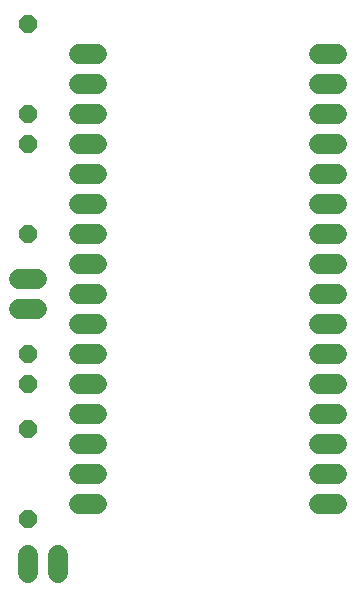
<source format=gbr>
G04 EAGLE Gerber X2 export*
%TF.Part,Single*%
%TF.FileFunction,Soldermask,Top,1*%
%TF.FilePolarity,Negative*%
%TF.GenerationSoftware,Autodesk,EAGLE,8.7.1*%
%TF.CreationDate,2019-01-27T12:14:56Z*%
G75*
%MOMM*%
%FSLAX34Y34*%
%LPD*%
%AMOC8*
5,1,8,0,0,1.08239X$1,22.5*%
G01*
%ADD10P,1.649562X8X292.500000*%
%ADD11C,1.727200*%
%ADD12P,1.649562X8X112.500000*%


D10*
X635000Y596900D03*
X635000Y571500D03*
D11*
X881380Y850900D02*
X896620Y850900D01*
X896620Y825500D02*
X881380Y825500D01*
X881380Y800100D02*
X896620Y800100D01*
X896620Y774700D02*
X881380Y774700D01*
X881380Y749300D02*
X896620Y749300D01*
X896620Y723900D02*
X881380Y723900D01*
X881380Y698500D02*
X896620Y698500D01*
X896620Y673100D02*
X881380Y673100D01*
X881380Y647700D02*
X896620Y647700D01*
X896620Y622300D02*
X881380Y622300D01*
X881380Y596900D02*
X896620Y596900D01*
X896620Y571500D02*
X881380Y571500D01*
X881380Y546100D02*
X896620Y546100D01*
X896620Y520700D02*
X881380Y520700D01*
X881380Y495300D02*
X896620Y495300D01*
X896620Y469900D02*
X881380Y469900D01*
X693420Y850900D02*
X678180Y850900D01*
X678180Y825500D02*
X693420Y825500D01*
X693420Y800100D02*
X678180Y800100D01*
X678180Y774700D02*
X693420Y774700D01*
X693420Y749300D02*
X678180Y749300D01*
X678180Y723900D02*
X693420Y723900D01*
X693420Y698500D02*
X678180Y698500D01*
X678180Y673100D02*
X693420Y673100D01*
X693420Y647700D02*
X678180Y647700D01*
X678180Y622300D02*
X693420Y622300D01*
X693420Y596900D02*
X678180Y596900D01*
X678180Y571500D02*
X693420Y571500D01*
X693420Y546100D02*
X678180Y546100D01*
X678180Y520700D02*
X693420Y520700D01*
X693420Y495300D02*
X678180Y495300D01*
X678180Y469900D02*
X693420Y469900D01*
X642620Y635000D02*
X627380Y635000D01*
X627380Y660400D02*
X642620Y660400D01*
D10*
X635000Y533400D03*
X635000Y457200D03*
D12*
X635000Y698500D03*
X635000Y774700D03*
D10*
X635000Y876300D03*
X635000Y800100D03*
D11*
X635000Y426720D02*
X635000Y411480D01*
X660400Y411480D02*
X660400Y426720D01*
M02*

</source>
